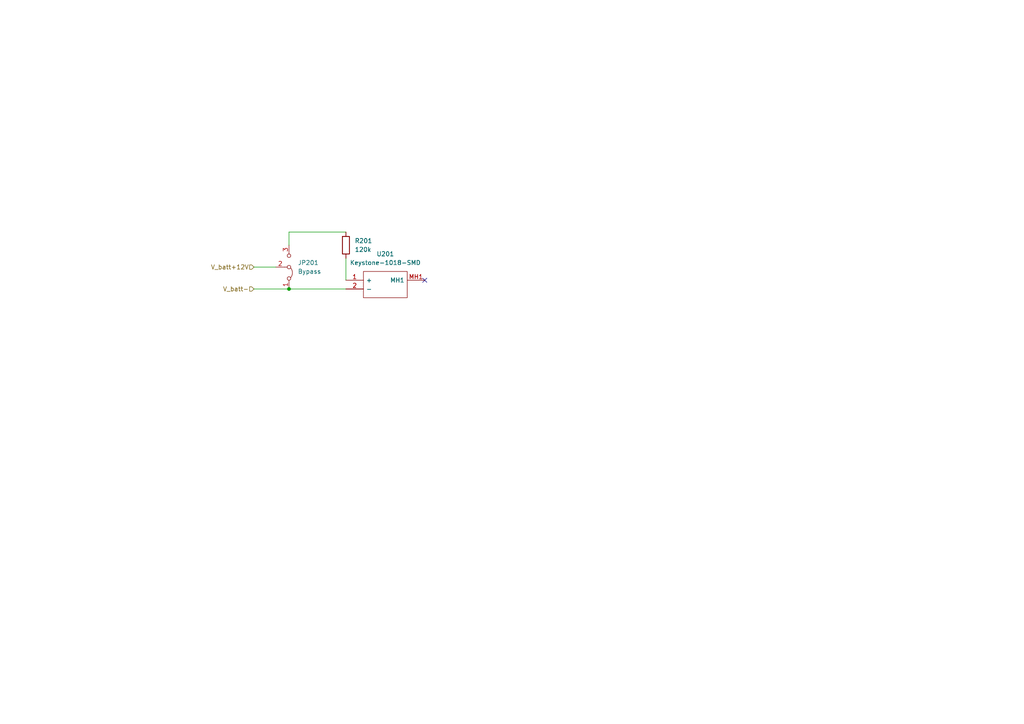
<source format=kicad_sch>
(kicad_sch (version 20211123) (generator eeschema)

  (uuid 5d0a6c22-7b3e-4653-a11d-8413f6d19679)

  (paper "A4")

  (lib_symbols
    (symbol "23A_Battery_Holder:Keystone-1018-SMD" (pin_names (offset 0.762)) (in_bom yes) (on_board yes)
      (property "Reference" "U" (id 0) (at 19.05 7.62 0)
        (effects (font (size 1.27 1.27)) (justify left))
      )
      (property "Value" "Keystone-1018-SMD" (id 1) (at 19.05 5.08 0)
        (effects (font (size 1.27 1.27)) (justify left))
      )
      (property "Footprint" "1018" (id 2) (at 19.05 2.54 0)
        (effects (font (size 1.27 1.27)) (justify left) hide)
      )
      (property "Datasheet" "https://www.keyelco.com/product.cfm/product_id/933" (id 3) (at 19.05 0 0)
        (effects (font (size 1.27 1.27)) (justify left) hide)
      )
      (property "Description" "KEYSTONE - 1018 - BATTERY HOLDER, 2/3A CELL, SURFACE MT" (id 4) (at 19.05 -2.54 0)
        (effects (font (size 1.27 1.27)) (justify left) hide)
      )
      (property "Height" "15.23" (id 5) (at 19.05 -5.08 0)
        (effects (font (size 1.27 1.27)) (justify left) hide)
      )
      (property "Mouser Part Number" "534-1018" (id 6) (at 19.05 -7.62 0)
        (effects (font (size 1.27 1.27)) (justify left) hide)
      )
      (property "Mouser Price/Stock" "https://www.mouser.co.uk/ProductDetail/Keystone-Electronics/1018?qs=%2F%252BPMR94VuMZseySUioSuqQ%3D%3D" (id 7) (at 19.05 -10.16 0)
        (effects (font (size 1.27 1.27)) (justify left) hide)
      )
      (property "Manufacturer_Name" "Keystone Electronics" (id 8) (at 19.05 -12.7 0)
        (effects (font (size 1.27 1.27)) (justify left) hide)
      )
      (property "Manufacturer_Part_Number" "1018" (id 9) (at 19.05 -15.24 0)
        (effects (font (size 1.27 1.27)) (justify left) hide)
      )
      (property "ki_description" "KEYSTONE - 1018 - BATTERY HOLDER, 2/3A CELL, SURFACE MT" (id 10) (at 0 0 0)
        (effects (font (size 1.27 1.27)) hide)
      )
      (symbol "Keystone-1018-SMD_0_0"
        (pin passive line (at 0 0 0) (length 5.08)
          (name "+" (effects (font (size 1.27 1.27))))
          (number "1" (effects (font (size 1.27 1.27))))
        )
        (pin passive line (at 0 -2.54 0) (length 5.08)
          (name "-" (effects (font (size 1.27 1.27))))
          (number "2" (effects (font (size 1.27 1.27))))
        )
        (pin passive line (at 22.86 0 180) (length 5.08)
          (name "MH1" (effects (font (size 1.27 1.27))))
          (number "MH1" (effects (font (size 1.27 1.27))))
        )
      )
      (symbol "Keystone-1018-SMD_0_1"
        (polyline
          (pts
            (xy 5.08 2.54)
            (xy 17.78 2.54)
            (xy 17.78 -5.08)
            (xy 5.08 -5.08)
            (xy 5.08 2.54)
          )
          (stroke (width 0.1524) (type default) (color 0 0 0 0))
          (fill (type none))
        )
      )
    )
    (symbol "Device:R" (pin_numbers hide) (pin_names (offset 0)) (in_bom yes) (on_board yes)
      (property "Reference" "R" (id 0) (at 2.032 0 90)
        (effects (font (size 1.27 1.27)))
      )
      (property "Value" "R" (id 1) (at 0 0 90)
        (effects (font (size 1.27 1.27)))
      )
      (property "Footprint" "" (id 2) (at -1.778 0 90)
        (effects (font (size 1.27 1.27)) hide)
      )
      (property "Datasheet" "~" (id 3) (at 0 0 0)
        (effects (font (size 1.27 1.27)) hide)
      )
      (property "ki_keywords" "R res resistor" (id 4) (at 0 0 0)
        (effects (font (size 1.27 1.27)) hide)
      )
      (property "ki_description" "Resistor" (id 5) (at 0 0 0)
        (effects (font (size 1.27 1.27)) hide)
      )
      (property "ki_fp_filters" "R_*" (id 6) (at 0 0 0)
        (effects (font (size 1.27 1.27)) hide)
      )
      (symbol "R_0_1"
        (rectangle (start -1.016 -2.54) (end 1.016 2.54)
          (stroke (width 0.254) (type default) (color 0 0 0 0))
          (fill (type none))
        )
      )
      (symbol "R_1_1"
        (pin passive line (at 0 3.81 270) (length 1.27)
          (name "~" (effects (font (size 1.27 1.27))))
          (number "1" (effects (font (size 1.27 1.27))))
        )
        (pin passive line (at 0 -3.81 90) (length 1.27)
          (name "~" (effects (font (size 1.27 1.27))))
          (number "2" (effects (font (size 1.27 1.27))))
        )
      )
    )
    (symbol "Jumper:Jumper_3_Bridged12" (pin_names (offset 0) hide) (in_bom yes) (on_board yes)
      (property "Reference" "JP" (id 0) (at -2.54 -2.54 0)
        (effects (font (size 1.27 1.27)))
      )
      (property "Value" "Jumper_3_Bridged12" (id 1) (at 0 2.794 0)
        (effects (font (size 1.27 1.27)))
      )
      (property "Footprint" "" (id 2) (at 0 0 0)
        (effects (font (size 1.27 1.27)) hide)
      )
      (property "Datasheet" "~" (id 3) (at 0 0 0)
        (effects (font (size 1.27 1.27)) hide)
      )
      (property "ki_keywords" "Jumper SPDT" (id 4) (at 0 0 0)
        (effects (font (size 1.27 1.27)) hide)
      )
      (property "ki_description" "Jumper, 3-pole, pins 1+2 closed/bridged" (id 5) (at 0 0 0)
        (effects (font (size 1.27 1.27)) hide)
      )
      (property "ki_fp_filters" "Jumper* TestPoint*3Pads* TestPoint*Bridge*" (id 6) (at 0 0 0)
        (effects (font (size 1.27 1.27)) hide)
      )
      (symbol "Jumper_3_Bridged12_0_0"
        (circle (center -3.302 0) (radius 0.508)
          (stroke (width 0) (type default) (color 0 0 0 0))
          (fill (type none))
        )
        (circle (center 0 0) (radius 0.508)
          (stroke (width 0) (type default) (color 0 0 0 0))
          (fill (type none))
        )
        (circle (center 3.302 0) (radius 0.508)
          (stroke (width 0) (type default) (color 0 0 0 0))
          (fill (type none))
        )
      )
      (symbol "Jumper_3_Bridged12_0_1"
        (arc (start -0.254 0.508) (mid -1.651 0.9912) (end -3.048 0.508)
          (stroke (width 0) (type default) (color 0 0 0 0))
          (fill (type none))
        )
        (polyline
          (pts
            (xy 0 -1.27)
            (xy 0 -0.508)
          )
          (stroke (width 0) (type default) (color 0 0 0 0))
          (fill (type none))
        )
      )
      (symbol "Jumper_3_Bridged12_1_1"
        (pin passive line (at -6.35 0 0) (length 2.54)
          (name "A" (effects (font (size 1.27 1.27))))
          (number "1" (effects (font (size 1.27 1.27))))
        )
        (pin passive line (at 0 -3.81 90) (length 2.54)
          (name "C" (effects (font (size 1.27 1.27))))
          (number "2" (effects (font (size 1.27 1.27))))
        )
        (pin passive line (at 6.35 0 180) (length 2.54)
          (name "B" (effects (font (size 1.27 1.27))))
          (number "3" (effects (font (size 1.27 1.27))))
        )
      )
    )
  )

  (junction (at 83.82 83.82) (diameter 0) (color 0 0 0 0)
    (uuid 9db659f5-361b-4aaf-ade1-0d28bf95b570)
  )

  (no_connect (at 123.19 81.28) (uuid 7aaf0b16-20b7-4338-b1a7-4bb763471806))

  (wire (pts (xy 83.82 71.12) (xy 83.82 67.31))
    (stroke (width 0) (type default) (color 0 0 0 0))
    (uuid 0b9e4ea7-08f6-45c0-b743-c7a834922110)
  )
  (wire (pts (xy 83.82 83.82) (xy 100.33 83.82))
    (stroke (width 0) (type default) (color 0 0 0 0))
    (uuid 18939aa4-680d-474d-8852-164f4cf8ea8a)
  )
  (wire (pts (xy 100.33 74.93) (xy 100.33 81.28))
    (stroke (width 0) (type default) (color 0 0 0 0))
    (uuid 448af6cc-e2fc-4cf9-abeb-82bb752fe642)
  )
  (wire (pts (xy 73.66 83.82) (xy 83.82 83.82))
    (stroke (width 0) (type default) (color 0 0 0 0))
    (uuid 5bb08489-0f81-4245-a3b8-e230ada7217f)
  )
  (wire (pts (xy 83.82 67.31) (xy 100.33 67.31))
    (stroke (width 0) (type default) (color 0 0 0 0))
    (uuid b3007103-631e-4c90-9e00-be1c225f8f04)
  )
  (wire (pts (xy 73.66 77.47) (xy 80.01 77.47))
    (stroke (width 0) (type default) (color 0 0 0 0))
    (uuid cf00914c-226e-4511-8d6e-81bfff4f014a)
  )

  (hierarchical_label "V_batt+12V" (shape input) (at 73.66 77.47 180)
    (effects (font (size 1.27 1.27)) (justify right))
    (uuid 375c82f9-a47e-4427-ba82-1382f1aefde0)
  )
  (hierarchical_label "V_batt-" (shape input) (at 73.66 83.82 180)
    (effects (font (size 1.27 1.27)) (justify right))
    (uuid b14bbfd2-659e-4b9c-b4cb-f72c7bbfde85)
  )

  (symbol (lib_id "23A_Battery_Holder:Keystone-1018-SMD") (at 100.33 81.28 0) (unit 1)
    (in_bom yes) (on_board yes) (fields_autoplaced)
    (uuid a12ecaf5-f9e5-4565-9d7b-2ed6eeb8c9f9)
    (property "Reference" "U201" (id 0) (at 111.76 73.66 0))
    (property "Value" "Keystone-1018-SMD" (id 1) (at 111.76 76.2 0))
    (property "Footprint" "23A_Battery_Holder:Keystone-1018" (id 2) (at 119.38 78.74 0)
      (effects (font (size 1.27 1.27)) (justify left) hide)
    )
    (property "Datasheet" "https://www.keyelco.com/product.cfm/product_id/933" (id 3) (at 119.38 81.28 0)
      (effects (font (size 1.27 1.27)) (justify left) hide)
    )
    (property "Description" "KEYSTONE - 1018 - BATTERY HOLDER, 2/3A CELL, SURFACE MT" (id 4) (at 119.38 83.82 0)
      (effects (font (size 1.27 1.27)) (justify left) hide)
    )
    (property "Height" "15.23" (id 5) (at 119.38 86.36 0)
      (effects (font (size 1.27 1.27)) (justify left) hide)
    )
    (property "Mouser Part Number" "534-1018" (id 6) (at 119.38 88.9 0)
      (effects (font (size 1.27 1.27)) (justify left) hide)
    )
    (property "Mouser Price/Stock" "https://www.mouser.co.uk/ProductDetail/Keystone-Electronics/1018?qs=%2F%252BPMR94VuMZseySUioSuqQ%3D%3D" (id 7) (at 119.38 91.44 0)
      (effects (font (size 1.27 1.27)) (justify left) hide)
    )
    (property "Manufacturer_Name" "Keystone Electronics" (id 8) (at 119.38 93.98 0)
      (effects (font (size 1.27 1.27)) (justify left) hide)
    )
    (property "Manufacturer_Part_Number" "1018" (id 9) (at 119.38 96.52 0)
      (effects (font (size 1.27 1.27)) (justify left) hide)
    )
    (pin "1" (uuid 920c2602-0e41-44f7-93cf-adca83b738e8))
    (pin "2" (uuid 96b36545-7954-43b4-8a8e-9156516716bc))
    (pin "MH1" (uuid 042b0c6f-2176-41a3-9b2a-208b453b3a8c))
  )

  (symbol (lib_id "Jumper:Jumper_3_Bridged12") (at 83.82 77.47 270) (mirror x) (unit 1)
    (in_bom yes) (on_board yes) (fields_autoplaced)
    (uuid a164baa0-2686-4e0b-a9a5-91047d5e39d4)
    (property "Reference" "JP201" (id 0) (at 86.36 76.1999 90)
      (effects (font (size 1.27 1.27)) (justify left))
    )
    (property "Value" "Bypass" (id 1) (at 86.36 78.7399 90)
      (effects (font (size 1.27 1.27)) (justify left))
    )
    (property "Footprint" "Connector_PinHeader_2.54mm:PinHeader_1x03_P2.54mm_Vertical" (id 2) (at 83.82 77.47 0)
      (effects (font (size 1.27 1.27)) hide)
    )
    (property "Datasheet" "~" (id 3) (at 83.82 77.47 0)
      (effects (font (size 1.27 1.27)) hide)
    )
    (pin "1" (uuid 5994fae8-3f3a-4328-9c3e-54703f09e8ff))
    (pin "2" (uuid 8b7c8ca4-cef4-4e02-8af7-b3386eeed319))
    (pin "3" (uuid a8ea143a-d24d-4201-b764-b5bd7ae1f788))
  )

  (symbol (lib_id "Device:R") (at 100.33 71.12 0) (unit 1)
    (in_bom yes) (on_board yes) (fields_autoplaced)
    (uuid d7df1a1e-7377-467b-a357-7648388b8af0)
    (property "Reference" "R201" (id 0) (at 102.87 69.8499 0)
      (effects (font (size 1.27 1.27)) (justify left))
    )
    (property "Value" "120k" (id 1) (at 102.87 72.3899 0)
      (effects (font (size 1.27 1.27)) (justify left))
    )
    (property "Footprint" "Resistor_SMD:R_0805_2012Metric_Pad1.20x1.40mm_HandSolder" (id 2) (at 98.552 71.12 90)
      (effects (font (size 1.27 1.27)) hide)
    )
    (property "Datasheet" "~" (id 3) (at 100.33 71.12 0)
      (effects (font (size 1.27 1.27)) hide)
    )
    (pin "1" (uuid efd83dea-6306-42f9-abc4-3c7d866ac1fa))
    (pin "2" (uuid 0537d3a4-4a13-4ce6-a55f-629f47c99caf))
  )
)

</source>
